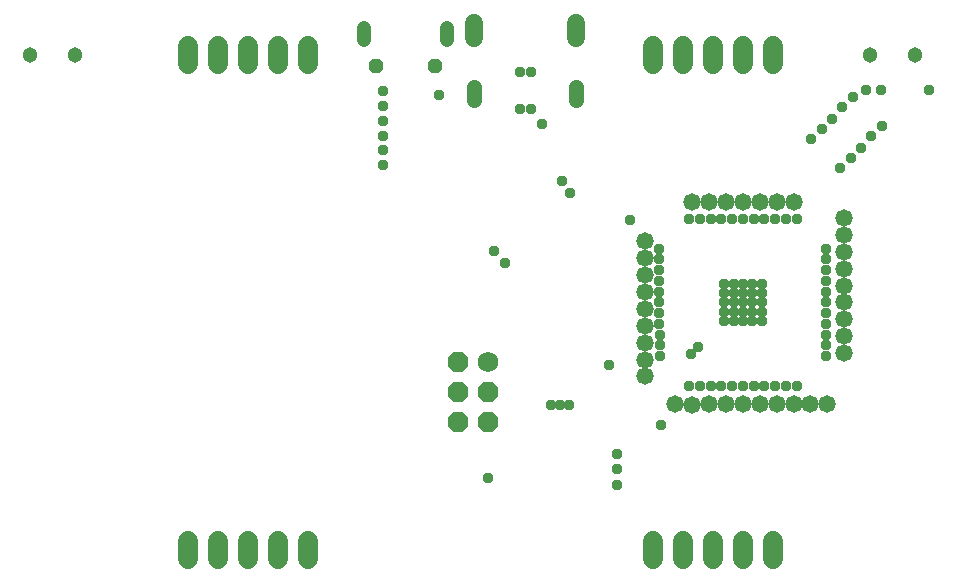
<source format=gbr>
G04 EAGLE Gerber RS-274X export*
G75*
%MOMM*%
%FSLAX34Y34*%
%LPD*%
%INSoldermask Bottom*%
%IPPOS*%
%AMOC8*
5,1,8,0,0,1.08239X$1,22.5*%
G01*
%ADD10P,1.365110X8X202.500000*%
%ADD11C,1.211200*%
%ADD12C,1.311200*%
%ADD13C,1.503200*%
%ADD14C,1.473200*%
%ADD15C,1.303200*%
%ADD16C,1.727200*%
%ADD17C,1.727200*%
%ADD18P,1.869504X8X292.500000*%
%ADD19C,0.959600*%


D10*
X399650Y447663D03*
X349650Y447663D03*
D11*
X409650Y469623D02*
X409650Y479703D01*
X339650Y479703D02*
X339650Y469623D01*
D12*
X519450Y429934D02*
X519450Y418854D01*
X433050Y418854D02*
X433050Y429934D01*
D13*
X519450Y471494D02*
X519450Y484494D01*
X433050Y484494D02*
X433050Y471494D01*
D14*
X703263Y332581D03*
X688975Y332581D03*
X674688Y332581D03*
X660400Y332581D03*
X646113Y332581D03*
X631825Y332581D03*
X703263Y161925D03*
X717550Y161925D03*
X688975Y161925D03*
X674688Y161925D03*
X746125Y204788D03*
X746125Y290513D03*
X746125Y233363D03*
X577850Y299244D03*
X746125Y247650D03*
X746125Y261938D03*
X746125Y276225D03*
X603250Y161925D03*
X746125Y219075D03*
X746125Y304800D03*
X577850Y227806D03*
X577850Y213519D03*
X577850Y199231D03*
X577850Y184944D03*
X731838Y161925D03*
X746125Y319088D03*
X646113Y161925D03*
X660400Y161925D03*
X577850Y284956D03*
X577850Y270669D03*
X577850Y242094D03*
X631825Y161925D03*
X617538Y161131D03*
X577850Y256381D03*
X617538Y332581D03*
D15*
X57200Y456763D03*
X95200Y456763D03*
X768400Y456763D03*
X806400Y456763D03*
D16*
X292100Y449580D02*
X292100Y464820D01*
X266700Y464820D02*
X266700Y449580D01*
X241300Y449580D02*
X241300Y464820D01*
X215900Y464820D02*
X215900Y449580D01*
X190500Y449580D02*
X190500Y464820D01*
X685800Y464820D02*
X685800Y449580D01*
X660400Y449580D02*
X660400Y464820D01*
X635000Y464820D02*
X635000Y449580D01*
X609600Y449580D02*
X609600Y464820D01*
X584200Y464820D02*
X584200Y449580D01*
X292100Y45720D02*
X292100Y30480D01*
X266700Y30480D02*
X266700Y45720D01*
X241300Y45720D02*
X241300Y30480D01*
X215900Y30480D02*
X215900Y45720D01*
X190500Y45720D02*
X190500Y30480D01*
X685800Y30480D02*
X685800Y45720D01*
X660400Y45720D02*
X660400Y30480D01*
X635000Y30480D02*
X635000Y45720D01*
X609600Y45720D02*
X609600Y30480D01*
X584200Y30480D02*
X584200Y45720D01*
D17*
X444500Y196850D03*
D18*
X444500Y171450D03*
X444500Y146050D03*
X419100Y196850D03*
X419100Y171450D03*
X419100Y146050D03*
D19*
X589756Y284002D03*
X589756Y238562D03*
X402716Y423353D03*
X490517Y398442D03*
X668338Y247650D03*
X676275Y247650D03*
X652463Y247650D03*
X644525Y247650D03*
X660400Y255588D03*
X668338Y255588D03*
X676275Y255588D03*
X652463Y255588D03*
X644525Y255588D03*
X644525Y239713D03*
X652463Y239713D03*
X660400Y239713D03*
X668338Y239713D03*
X676275Y239713D03*
X676275Y231775D03*
X668338Y231775D03*
X660400Y231775D03*
X652463Y231775D03*
X644525Y231775D03*
X644525Y263525D03*
X652463Y263525D03*
X660400Y263525D03*
X668338Y263525D03*
X676275Y263525D03*
X589756Y256738D03*
X696752Y318294D03*
X624048Y318294D03*
X731044Y202210D03*
X642144Y177006D03*
X497681Y161131D03*
X622300Y209550D03*
X616744Y203994D03*
X660400Y247650D03*
X505619Y161131D03*
X513556Y161131D03*
X731044Y293090D03*
X651312Y177006D03*
X660400Y177006D03*
X589756Y274914D03*
X589756Y265826D03*
X589756Y247650D03*
X633136Y318294D03*
X705840Y318294D03*
X614960Y318294D03*
X731044Y211298D03*
X633056Y177006D03*
X444500Y99219D03*
X565159Y317687D03*
X450056Y290918D03*
X591344Y143669D03*
X623968Y177006D03*
X705840Y177006D03*
X590550Y202210D03*
X590324Y211298D03*
X590326Y220386D03*
X589756Y229474D03*
X731044Y284002D03*
X731044Y229474D03*
X744538Y412750D03*
X769144Y388144D03*
X614880Y177006D03*
X731044Y265826D03*
X731044Y256738D03*
X355600Y401638D03*
X718344Y385763D03*
X742874Y361080D03*
X731044Y247650D03*
X355600Y414338D03*
X726999Y394418D03*
X751681Y369888D03*
X589756Y293090D03*
X731044Y238562D03*
X355600Y427038D03*
X735806Y403225D03*
X760413Y378619D03*
X731044Y274914D03*
X731044Y220386D03*
X753269Y421481D03*
X777875Y396875D03*
X669488Y177006D03*
X554038Y119063D03*
X678576Y177006D03*
X554038Y106800D03*
X696752Y177006D03*
X687664Y177006D03*
X642224Y318294D03*
X355600Y364412D03*
X651312Y318294D03*
X355600Y376675D03*
X660400Y318294D03*
X355600Y388938D03*
X669488Y318294D03*
X764381Y427831D03*
X678576Y318294D03*
X777081Y427831D03*
X687664Y318294D03*
X817563Y427831D03*
X458788Y280913D03*
X554038Y92869D03*
X546894Y194469D03*
X471349Y411301D03*
X481131Y442385D03*
X514350Y340519D03*
X481013Y411163D03*
X471250Y442894D03*
X507206Y350838D03*
M02*

</source>
